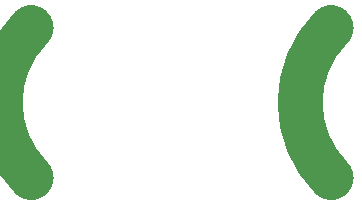
<source format=gbr>
%FSLAX34Y34*%
%MOIN*%
%ADD10C,0.15*%
D10*
G75*
X-7500Y2500D02*
G03*
X-7500Y-2500I2500J-2500D01*
X2500Y-2500D02*
G02*
X2500Y2500I2500J2500D01*
M02*

</source>
